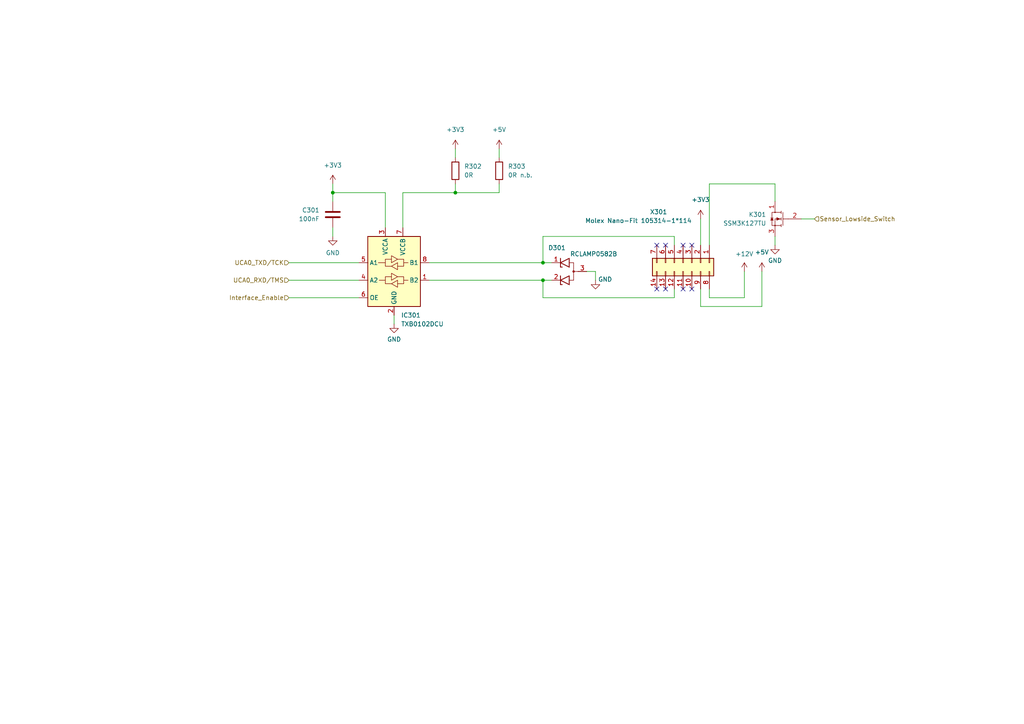
<source format=kicad_sch>
(kicad_sch (version 20211123) (generator eeschema)
  (paper "A4")
  (lib_symbols
    (symbol "Connector_Generic:Conn_02x07_Top_Bottom" (pin_names (offset 1.016) hide)
      (property "Reference" "J" (at 1.27 10.16 0))
      (property "Value" "Conn_02x07_Top_Bottom" (at 1.27 -10.16 0))
      (symbol "Conn_02x07_Top_Bottom_1_1"
        (rectangle (start -1.27 -7.493) (end 0 -7.747) (stroke (width 0.1524)))
        (rectangle (start -1.27 -4.953) (end 0 -5.207) (stroke (width 0.1524)))
        (rectangle (start -1.27 -2.413) (end 0 -2.667) (stroke (width 0.1524)))
        (rectangle (start -1.27 0.127) (end 0 -0.127) (stroke (width 0.1524)))
        (rectangle (start -1.27 2.667) (end 0 2.413) (stroke (width 0.1524)))
        (rectangle (start -1.27 5.207) (end 0 4.953) (stroke (width 0.1524)))
        (rectangle (start -1.27 7.747) (end 0 7.493) (stroke (width 0.1524)))
        (rectangle (start -1.27 8.89) (end 3.81 -8.89) (stroke (width 0.254)) (fill (type background)))
        (rectangle (start 3.81 -7.493) (end 2.54 -7.747) (stroke (width 0.1524)))
        (rectangle (start 3.81 -4.953) (end 2.54 -5.207) (stroke (width 0.1524)))
        (rectangle (start 3.81 -2.413) (end 2.54 -2.667) (stroke (width 0.1524)))
        (rectangle (start 3.81 0.127) (end 2.54 -0.127) (stroke (width 0.1524)))
        (rectangle (start 3.81 2.667) (end 2.54 2.413) (stroke (width 0.1524)))
        (rectangle (start 3.81 5.207) (end 2.54 4.953) (stroke (width 0.1524)))
        (rectangle (start 3.81 7.747) (end 2.54 7.493) (stroke (width 0.1524)))
        (pin passive line (at -5.08 7.62 0) (length 3.81) (name "Pin_1") (number "1"))
        (pin passive line (at 7.62 2.54 180) (length 3.81) (name "Pin_10") (number "10"))
        (pin passive line (at 7.62 0 180) (length 3.81) (name "Pin_11") (number "11"))
        (pin passive line (at 7.62 -2.54 180) (length 3.81) (name "Pin_12") (number "12"))
        (pin passive line (at 7.62 -5.08 180) (length 3.81) (name "Pin_13") (number "13"))
        (pin passive line (at 7.62 -7.62 180) (length 3.81) (name "Pin_14") (number "14"))
        (pin passive line (at -5.08 5.08 0) (length 3.81) (name "Pin_2") (number "2"))
        (pin passive line (at -5.08 2.54 0) (length 3.81) (name "Pin_3") (number "3"))
        (pin passive line (at -5.08 0 0) (length 3.81) (name "Pin_4") (number "4"))
        (pin passive line (at -5.08 -2.54 0) (length 3.81) (name "Pin_5") (number "5"))
        (pin passive line (at -5.08 -5.08 0) (length 3.81) (name "Pin_6") (number "6"))
        (pin passive line (at -5.08 -7.62 0) (length 3.81) (name "Pin_7") (number "7"))
        (pin passive line (at 7.62 7.62 180) (length 3.81) (name "Pin_8") (number "8"))
        (pin passive line (at 7.62 5.08 180) (length 3.81) (name "Pin_9") (number "9"))
      )
    )
    (symbol "Device:C" (pin_numbers hide) (pin_names (offset 0.254))
      (property "Reference" "C" (at 0.635 2.54 0))
      (property "Value" "C" (at 0.635 -2.54 0))
      (symbol "C_0_1"
        (polyline (pts (xy -2.032 -0.762) (xy 2.032 -0.762)) (stroke (width 0.508)))
        (polyline (pts (xy -2.032 0.762) (xy 2.032 0.762)) (stroke (width 0.508)))
      )
      (symbol "C_1_1"
        (pin passive line (at 0 3.81 270) (length 2.794) (name "~") (number "1"))
        (pin passive line (at 0 -3.81 90) (length 2.794) (name "~") (number "2"))
      )
    )
    (symbol "Device:R" (pin_numbers hide) (pin_names (offset 0))
      (property "Reference" "R" (at 2.032 0 90))
      (property "Value" "R" (at 0 0 90))
      (symbol "R_0_1"
        (rectangle (start -1.016 -2.54) (end 1.016 2.54) (stroke (width 0.254)))
      )
      (symbol "R_1_1"
        (pin passive line (at 0 3.81 270) (length 1.27) (name "~") (number "1"))
        (pin passive line (at 0 -3.81 90) (length 1.27) (name "~") (number "2"))
      )
    )
    (symbol "HER_Symbole:NMOS_FET"
      (property "Reference" "K" (at 5.461 2.159 0))
      (property "Value" "NMOS_FET" (at 8.255 5.334 0))
      (symbol "NMOS_FET_0_1"
        (circle (center 0 -1.905) (radius 0.127))
        (polyline (pts (xy -3.81 0) (xy -2.286 0)))
        (polyline (pts (xy -2.286 -1.905) (xy -2.286 1.905)))
        (polyline (pts (xy -1.778 -1.524) (xy -1.778 -2.286)))
        (polyline (pts (xy -1.778 0.381) (xy -1.778 -0.381)))
        (polyline (pts (xy -1.778 1.905) (xy 0 1.905)))
        (polyline (pts (xy -1.778 2.286) (xy -1.778 1.524)))
        (polyline (pts (xy 0.508 -0.254) (xy 1.27 -0.254)))
        (polyline (pts (xy -1.778 0) (xy 0 0) (xy 0 2.032)))
        (polyline (pts (xy -1.397 0) (xy -0.508 0.381) (xy -0.508 -0.381) (xy -1.397 0)) (fill (type outline)))
        (polyline (pts (xy 0.889 -0.254) (xy 1.27 0.381) (xy 0.508 0.381) (xy 0.889 -0.254)) (fill (type outline)))
        (polyline (pts (xy -1.778 -1.905) (xy 0.254 -1.905) (xy 0.889 -1.905) (xy 0.889 1.905) (xy 0.254 1.905) (xy 0 1.905)))
        (circle (center 0 1.905) (radius 0.127))
      )
      (symbol "NMOS_FET_1_1"
        (pin passive line (at 0 -5.08 90) (length 3.048) (name "") (number "1"))
        (pin passive line (at -7.62 0 0) (length 3.81) (name "") (number "2"))
        (pin passive line (at 0 5.08 270) (length 3.048) (name "") (number "3"))
      )
    )
    (symbol "Logic_LevelTranslator:TXB0102DCU"
      (property "Reference" "U" (at -6.35 11.43 0))
      (property "Value" "TXB0102DCU" (at 3.81 11.43 0))
      (symbol "TXB0102DCU_0_1"
        (rectangle (start -7.62 10.16) (end 7.62 -10.16) (stroke (width 0.254)) (fill (type background)))
        (polyline (pts (xy -2.54 -2.54) (xy -2.54 -1.524) (xy -0.762 -1.524)))
        (polyline (pts (xy -2.54 2.54) (xy -2.54 3.556) (xy -0.762 3.556)))
        (polyline (pts (xy 2.794 -2.54) (xy 2.794 -3.556) (xy 1.016 -3.556)))
        (polyline (pts (xy 2.794 2.54) (xy 2.794 1.524) (xy 1.016 1.524)))
        (polyline (pts (xy -0.762 -3.556) (xy -2.54 -3.556) (xy -2.54 -2.54) (xy -4.318 -2.54)))
        (polyline (pts (xy -0.762 -2.54) (xy -0.762 -0.508) (xy 1.016 -1.524) (xy -0.762 -2.54)))
        (polyline (pts (xy -0.762 1.524) (xy -2.54 1.524) (xy -2.54 2.54) (xy -4.572 2.54)))
        (polyline (pts (xy -0.762 2.54) (xy -0.762 4.572) (xy 1.016 3.556) (xy -0.762 2.54)))
        (polyline (pts (xy 1.016 -2.54) (xy 1.016 -4.572) (xy -0.762 -3.556) (xy 1.016 -2.54)))
        (polyline (pts (xy 1.016 -1.524) (xy 2.794 -1.524) (xy 2.794 -2.54) (xy 4.064 -2.54)))
        (polyline (pts (xy 1.016 3.556) (xy 2.794 3.556) (xy 2.794 2.54) (xy 4.064 2.54)))
        (polyline (pts (xy 1.016 2.54) (xy 1.016 0.762) (xy 1.016 0.508) (xy -0.762 1.524) (xy 1.016 2.54)))
      )
      (symbol "TXB0102DCU_1_1"
        (pin bidirectional line (at 10.16 -2.54 180) (length 2.54) (name "B2") (number "1"))
        (pin power_in line (at 0 -12.7 90) (length 2.54) (name "GND") (number "2"))
        (pin power_in line (at -2.54 12.7 270) (length 2.54) (name "VCCA") (number "3"))
        (pin bidirectional line (at -10.16 -2.54 0) (length 2.54) (name "A2") (number "4"))
        (pin bidirectional line (at -10.16 2.54 0) (length 2.54) (name "A1") (number "5"))
        (pin input line (at -10.16 -7.62 0) (length 2.54) (name "OE") (number "6"))
        (pin power_in line (at 2.54 12.7 270) (length 2.54) (name "VCCB") (number "7"))
        (pin bidirectional line (at 10.16 2.54 180) (length 2.54) (name "B1") (number "8"))
      )
    )
    (symbol "Power_Protection:RCLAMP0582B" (pin_names hide)
      (property "Reference" "D" (at 0 5.08 0))
      (property "Value" "RCLAMP0582B" (at 0 -5.08 0))
      (symbol "RCLAMP0582B_0_1"
        (polyline (pts (xy -2.54 0) (xy -1.27 0)))
        (polyline (pts (xy -1.27 2.54) (xy -1.27 -2.54)))
        (polyline (pts (xy 0 2.54) (xy -1.27 2.54)) (stroke (width 0.1524)))
        (polyline (pts (xy 2.54 3.81) (xy 2.54 1.27) (xy 2.032 1.27)) (stroke (width 0.254)))
        (polyline (pts (xy 0 1.27) (xy 0 3.81) (xy 2.54 2.54) (xy 0 1.27)) (stroke (width 0.254)))
        (pin passive line (at -5.08 0 0) (length 2.54) (name "A") (number "3"))
      )
      (symbol "RCLAMP0582B_1_1"
        (circle (center -1.27 0) (radius 0.254) (fill (type outline)))
        (polyline (pts (xy 0 -2.54) (xy -1.27 -2.54)) (stroke (width 0.1524)))
        (polyline (pts (xy 2.54 -1.27) (xy 2.54 -3.81) (xy 2.032 -3.81)) (stroke (width 0.254)))
        (polyline (pts (xy 0 -3.81) (xy 0 -1.27) (xy 2.54 -2.54) (xy 0 -3.81)) (stroke (width 0.254)))
        (pin passive line (at 5.08 2.54 180) (length 2.54) (name "K1") (number "1"))
        (pin passive line (at 5.08 -2.54 180) (length 2.54) (name "K2") (number "2"))
      )
    )
    (symbol "power:+12V" (power) (pin_names (offset 0))
      (property "Value" "+12V" (at 0 3.556 0))
      (symbol "+12V_0_1"
        (polyline (pts (xy -0.762 1.27) (xy 0 2.54)))
        (polyline (pts (xy 0 0) (xy 0 2.54)))
        (polyline (pts (xy 0 2.54) (xy 0.762 1.27)))
      )
      (symbol "+12V_1_1"
        (pin power_in line (at 0 0 90) (length 0) hide (name "+12V") (number "1"))
      )
    )
    (symbol "power:+3.3V" (power) (pin_names (offset 0))
      (property "Value" "+3.3V" (at 0 3.556 0))
      (symbol "+3.3V_0_1"
        (polyline (pts (xy -0.762 1.27) (xy 0 2.54)))
        (polyline (pts (xy 0 0) (xy 0 2.54)))
        (polyline (pts (xy 0 2.54) (xy 0.762 1.27)))
      )
      (symbol "+3.3V_1_1"
        (pin power_in line (at 0 0 90) (length 0) hide (name "+3V3") (number "1"))
      )
    )
    (symbol "power:+3V3" (power) (pin_names (offset 0))
      (property "Value" "+3V3" (at 0 3.556 0))
      (symbol "+3V3_0_1"
        (polyline (pts (xy -0.762 1.27) (xy 0 2.54)))
        (polyline (pts (xy 0 0) (xy 0 2.54)))
        (polyline (pts (xy 0 2.54) (xy 0.762 1.27)))
      )
      (symbol "+3V3_1_1"
        (pin power_in line (at 0 0 90) (length 0) hide (name "+3V3") (number "1"))
      )
    )
    (symbol "power:+5V" (power) (pin_names (offset 0))
      (property "Value" "+5V" (at 0 3.556 0))
      (symbol "+5V_0_1"
        (polyline (pts (xy -0.762 1.27) (xy 0 2.54)))
        (polyline (pts (xy 0 0) (xy 0 2.54)))
        (polyline (pts (xy 0 2.54) (xy 0.762 1.27)))
      )
      (symbol "+5V_1_1"
        (pin power_in line (at 0 0 90) (length 0) hide (name "+5V") (number "1"))
      )
    )
    (symbol "power:GND" (power) (pin_names (offset 0))
      (property "Value" "GND" (at 0 -3.81 0))
      (symbol "GND_0_1"
        (polyline (pts (xy 0 0) (xy 0 -1.27) (xy 1.27 -1.27) (xy 0 -2.54) (xy -1.27 -1.27) (xy 0 -1.27)))
      )
      (symbol "GND_1_1"
        (pin power_in line (at 0 0 270) (length 0) hide (name "GND") (number "1"))
      )
    )
  )
  (junction (at 132.08 55.88))
  (junction (at 157.48 81.28))
  (junction (at 96.52 55.88))
  (junction (at 157.48 76.2))
  (no_connect (at 198.12 71.12))
  (no_connect (at 200.66 71.12))
  (no_connect (at 190.5 71.12))
  (no_connect (at 193.04 71.12))
  (no_connect (at 190.5 83.82))
  (no_connect (at 200.66 83.82))
  (no_connect (at 198.12 83.82))
  (no_connect (at 193.04 83.82))
  (wire (pts (xy 157.48 81.28) (xy 160.02 81.28)))
  (wire (pts (xy 132.08 43.18) (xy 132.08 45.72)))
  (wire (pts (xy 205.74 86.36) (xy 215.9 86.36)))
  (wire (pts (xy 111.76 55.88) (xy 111.76 66.04)))
  (wire (pts (xy 96.52 55.88) (xy 96.52 58.42)))
  (wire (pts (xy 114.3 93.98) (xy 114.3 91.44)))
  (wire (pts (xy 157.48 68.58) (xy 195.58 68.58)))
  (wire (pts (xy 232.41 63.5) (xy 236.22 63.5)))
  (wire (pts (xy 116.84 55.88) (xy 132.08 55.88)))
  (wire (pts (xy 132.08 55.88) (xy 132.08 53.34)))
  (wire (pts (xy 157.48 76.2) (xy 160.02 76.2)))
  (wire (pts (xy 215.9 86.36) (xy 215.9 78.74)))
  (wire (pts (xy 124.46 76.2) (xy 157.48 76.2)))
  (wire (pts (xy 96.52 68.58) (xy 96.52 66.04)))
  (wire (pts (xy 195.58 83.82) (xy 195.58 86.36)))
  (wire (pts (xy 224.79 68.58) (xy 224.79 71.12)))
  (wire (pts (xy 83.82 86.36) (xy 104.14 86.36)))
  (wire (pts (xy 116.84 55.88) (xy 116.84 66.04)))
  (wire (pts (xy 96.52 53.34) (xy 96.52 55.88)))
  (wire (pts (xy 124.46 81.28) (xy 157.48 81.28)))
  (wire (pts (xy 132.08 55.88) (xy 144.78 55.88)))
  (wire (pts (xy 83.82 81.28) (xy 104.14 81.28)))
  (wire (pts (xy 205.74 53.34) (xy 224.79 53.34)))
  (wire (pts (xy 170.18 78.74) (xy 172.72 78.74)))
  (wire (pts (xy 157.48 68.58) (xy 157.48 76.2)))
  (wire (pts (xy 96.52 55.88) (xy 111.76 55.88)))
  (wire (pts (xy 224.79 53.34) (xy 224.79 58.42)))
  (wire (pts (xy 157.48 81.28) (xy 157.48 86.36)))
  (wire (pts (xy 220.98 88.9) (xy 203.2 88.9)))
  (wire (pts (xy 203.2 88.9) (xy 203.2 83.82)))
  (wire (pts (xy 157.48 86.36) (xy 195.58 86.36)))
  (wire (pts (xy 220.98 88.9) (xy 220.98 78.74)))
  (wire (pts (xy 205.74 53.34) (xy 205.74 71.12)))
  (wire (pts (xy 83.82 76.2) (xy 104.14 76.2)))
  (wire (pts (xy 144.78 55.88) (xy 144.78 53.34)))
  (wire (pts (xy 172.72 78.74) (xy 172.72 81.28)))
  (wire (pts (xy 195.58 71.12) (xy 195.58 68.58)))
  (wire (pts (xy 203.2 71.12) (xy 203.2 63.5)))
  (wire (pts (xy 144.78 43.18) (xy 144.78 45.72)))
  (wire (pts (xy 205.74 83.82) (xy 205.74 86.36)))
  (hierarchical_label "UCA0_RXD{slash}TMS" (shape input) (at 83.82 81.28 180))
  (hierarchical_label "UCA0_TXD{slash}TCK" (shape input) (at 83.82 76.2 180))
  (hierarchical_label "Sensor_Lowside_Switch" (shape input) (at 236.22 63.5 0))
  (hierarchical_label "Interface_Enable" (shape input) (at 83.82 86.36 180))
  (symbol (lib_id "Power_Protection:RCLAMP0582B") (at 165.1 78.74 0) (mirror y) (unit 1)
    (property "Reference" "D301" (at 161.544 71.882 0))
    (property "Value" "RCLAMP0582B" (at 172.212 73.66 0))
    (property "Footprint" "Package_TO_SOT_SMD:SOT-416" (effects hide))
    (property "Datasheet" "https://www.semtech.com/products/circuit-protection/low-capacitance/rclamp0582b" (effects hide))
  )
  (symbol (lib_id "Device:R") (at 144.78 49.53 0) (unit 1)
    (property "Reference" "R303" (at 147.32 48.2599 0) (effects (justify left)))
    (property "Value" "0R n.b." (at 147.32 50.7999 0) (effects (justify left)))
    (property "Footprint" "Resistor_SMD:R_0603_1608Metric_Pad0.98x0.95mm_HandSolder" (effects hide))
  )
  (symbol (lib_id "power:GND") (at 114.3 93.98 0) (mirror y) (unit 1)
    (property "Reference" "#PWR0110" (effects hide))
    (property "Value" "GND" (at 114.3 98.425 0))
  )
  (symbol (lib_id "power:+3.3V") (at 96.52 53.34 0) (mirror y) (unit 1)
    (property "Reference" "#PWR0108" (effects hide))
    (property "Value" "+3.3V" (at 96.52 47.9425 0))
  )
  (symbol (lib_id "power:+3V3") (at 132.08 43.18 0) (unit 1)
    (property "Reference" "#PWR0106" (effects hide))
    (property "Value" "+3V3" (at 132.08 37.592 0))
  )
  (symbol (lib_id "HER_Symbole:NMOS_FET") (at 224.79 63.5 180) (unit 1)
    (property "Reference" "K301" (at 222.25 62.2299 0) (effects (justify left)))
    (property "Value" "SSM3K127TU" (at 222.25 64.7699 0) (effects (justify left)))
    (property "Footprint" "Package_TO_SOT_SMD:SOT-23" (effects hide))
  )
  (symbol (lib_id "power:+12V") (at 215.9 78.74 0) (unit 1)
    (property "Reference" "#PWR0101" (effects hide))
    (property "Value" "+12V" (at 215.9 73.66 0))
  )
  (symbol (lib_id "power:+3V3") (at 203.2 63.5 0) (unit 1)
    (property "Reference" "#PWR0104" (effects hide))
    (property "Value" "+3V3" (at 203.2 57.912 0))
  )
  (symbol (lib_id "Device:R") (at 132.08 49.53 0) (unit 1)
    (property "Reference" "R302" (at 134.62 48.2599 0) (effects (justify left)))
    (property "Value" "0R" (at 134.62 50.7999 0) (effects (justify left)))
    (property "Footprint" "Resistor_SMD:R_0603_1608Metric_Pad0.98x0.95mm_HandSolder" (effects hide))
  )
  (symbol (lib_id "Logic_LevelTranslator:TXB0102DCU") (at 114.3 78.74 0) (unit 1)
    (property "Reference" "IC301" (at 116.3194 91.44 0) (effects (justify left)))
    (property "Value" "TXB0102DCU" (at 116.3194 93.98 0) (effects (justify left)))
    (property "Footprint" "Package_SO:VSSOP-8_2.3x2mm_P0.5mm" (effects hide))
    (property "Datasheet" "http://www.ti.com/lit/ds/symlink/txb0102.pdf" (effects hide))
  )
  (symbol (lib_id "power:GND") (at 96.52 68.58 0) (mirror y) (unit 1)
    (property "Reference" "#PWR0109" (effects hide))
    (property "Value" "GND" (at 96.52 73.3425 0))
  )
  (symbol (lib_id "power:GND") (at 172.72 81.28 0) (mirror y) (unit 1)
    (property "Reference" "#PWR0105" (effects hide))
    (property "Value" "GND" (at 175.514 81.026 0))
  )
  (symbol (lib_id "power:GND") (at 224.79 71.12 0) (unit 1)
    (property "Reference" "#PWR?" (effects hide))
    (property "Value" "GND" (at 224.79 75.565 0))
  )
  (symbol (lib_id "Connector_Generic:Conn_02x07_Top_Bottom") (at 198.12 76.2 270) (unit 1)
    (property "Reference" "X301" (at 193.548 61.468 90) (effects (justify right)))
    (property "Value" "Molex Nano-Fit 105314-1*114" (at 200.66 64.008 90) (effects (justify right)))
    (property "Footprint" "Connector_Molex:Molex_Nano-Fit_105314-xx14_2x07_P2.50mm_Horizontal" (effects hide))
  )
  (symbol (lib_id "power:+5V") (at 144.78 43.18 0) (unit 1)
    (property "Reference" "#PWR0107" (effects hide))
    (property "Value" "+5V" (at 144.78 37.592 0))
  )
  (symbol (lib_id "power:+5V") (at 220.98 78.74 0) (unit 1)
    (property "Reference" "#PWR0102" (effects hide))
    (property "Value" "+5V" (at 220.98 73.152 0))
  )
  (symbol (lib_id "Device:C") (at 96.52 62.23 0) (mirror y) (unit 1)
    (property "Reference" "C301" (at 92.71 60.9599 0) (effects (justify left)))
    (property "Value" "100nF" (at 92.71 63.4999 0) (effects (justify left)))
    (property "Footprint" "Capacitor_SMD:C_0603_1608Metric_Pad1.08x0.95mm_HandSolder" (effects hide))
  )
)
</source>
